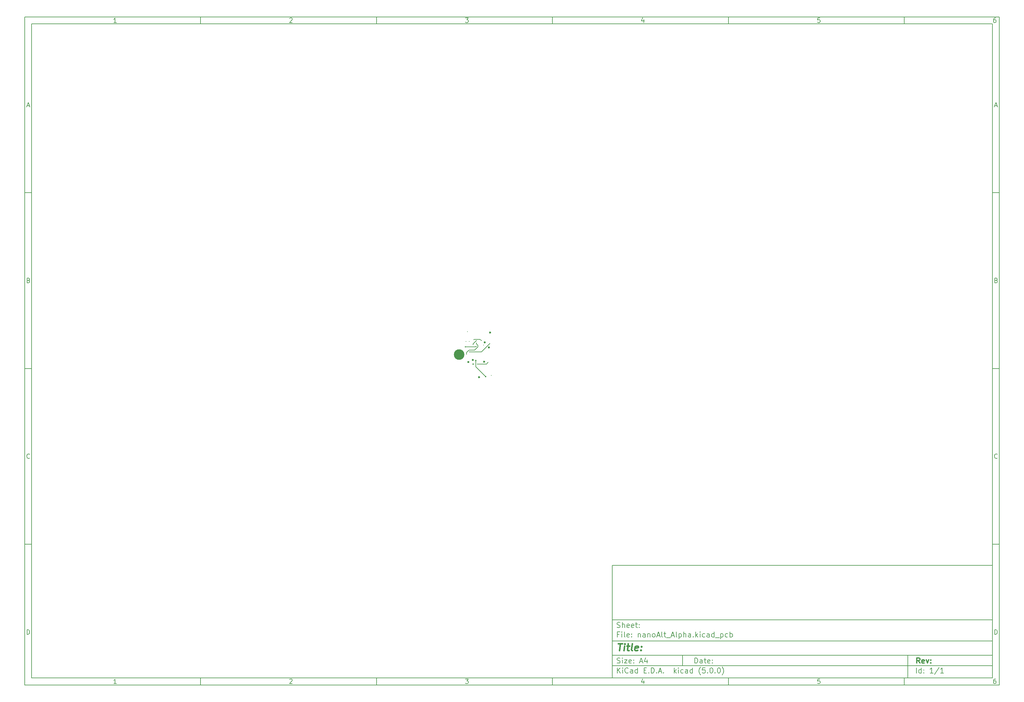
<source format=gbr>
G04 #@! TF.GenerationSoftware,KiCad,Pcbnew,(5.0.0)*
G04 #@! TF.CreationDate,2018-07-29T19:07:46+01:00*
G04 #@! TF.ProjectId,nanoAlt_Alpha,6E616E6F416C745F416C7068612E6B69,rev?*
G04 #@! TF.SameCoordinates,Original*
G04 #@! TF.FileFunction,Copper,L2,Inr,Signal*
G04 #@! TF.FilePolarity,Positive*
%FSLAX46Y46*%
G04 Gerber Fmt 4.6, Leading zero omitted, Abs format (unit mm)*
G04 Created by KiCad (PCBNEW (5.0.0)) date 07/29/18 19:07:46*
%MOMM*%
%LPD*%
G01*
G04 APERTURE LIST*
%ADD10C,0.100000*%
%ADD11C,0.150000*%
%ADD12C,0.300000*%
%ADD13C,0.400000*%
G04 #@! TA.AperFunction,ViaPad*
%ADD14C,0.600000*%
G04 #@! TD*
G04 #@! TA.AperFunction,ViaPad*
%ADD15C,3.000000*%
G04 #@! TD*
G04 #@! TA.AperFunction,ViaPad*
%ADD16C,0.330200*%
G04 #@! TD*
G04 #@! TA.AperFunction,ViaPad*
%ADD17C,0.400000*%
G04 #@! TD*
G04 #@! TA.AperFunction,ViaPad*
%ADD18C,0.355600*%
G04 #@! TD*
G04 #@! TA.AperFunction,Conductor*
%ADD19C,0.127000*%
G04 #@! TD*
G04 APERTURE END LIST*
D10*
D11*
X177002200Y-166007200D02*
X177002200Y-198007200D01*
X285002200Y-198007200D01*
X285002200Y-166007200D01*
X177002200Y-166007200D01*
D10*
D11*
X10000000Y-10000000D02*
X10000000Y-200007200D01*
X287002200Y-200007200D01*
X287002200Y-10000000D01*
X10000000Y-10000000D01*
D10*
D11*
X12000000Y-12000000D02*
X12000000Y-198007200D01*
X285002200Y-198007200D01*
X285002200Y-12000000D01*
X12000000Y-12000000D01*
D10*
D11*
X60000000Y-12000000D02*
X60000000Y-10000000D01*
D10*
D11*
X110000000Y-12000000D02*
X110000000Y-10000000D01*
D10*
D11*
X160000000Y-12000000D02*
X160000000Y-10000000D01*
D10*
D11*
X210000000Y-12000000D02*
X210000000Y-10000000D01*
D10*
D11*
X260000000Y-12000000D02*
X260000000Y-10000000D01*
D10*
D11*
X36065476Y-11588095D02*
X35322619Y-11588095D01*
X35694047Y-11588095D02*
X35694047Y-10288095D01*
X35570238Y-10473809D01*
X35446428Y-10597619D01*
X35322619Y-10659523D01*
D10*
D11*
X85322619Y-10411904D02*
X85384523Y-10350000D01*
X85508333Y-10288095D01*
X85817857Y-10288095D01*
X85941666Y-10350000D01*
X86003571Y-10411904D01*
X86065476Y-10535714D01*
X86065476Y-10659523D01*
X86003571Y-10845238D01*
X85260714Y-11588095D01*
X86065476Y-11588095D01*
D10*
D11*
X135260714Y-10288095D02*
X136065476Y-10288095D01*
X135632142Y-10783333D01*
X135817857Y-10783333D01*
X135941666Y-10845238D01*
X136003571Y-10907142D01*
X136065476Y-11030952D01*
X136065476Y-11340476D01*
X136003571Y-11464285D01*
X135941666Y-11526190D01*
X135817857Y-11588095D01*
X135446428Y-11588095D01*
X135322619Y-11526190D01*
X135260714Y-11464285D01*
D10*
D11*
X185941666Y-10721428D02*
X185941666Y-11588095D01*
X185632142Y-10226190D02*
X185322619Y-11154761D01*
X186127380Y-11154761D01*
D10*
D11*
X236003571Y-10288095D02*
X235384523Y-10288095D01*
X235322619Y-10907142D01*
X235384523Y-10845238D01*
X235508333Y-10783333D01*
X235817857Y-10783333D01*
X235941666Y-10845238D01*
X236003571Y-10907142D01*
X236065476Y-11030952D01*
X236065476Y-11340476D01*
X236003571Y-11464285D01*
X235941666Y-11526190D01*
X235817857Y-11588095D01*
X235508333Y-11588095D01*
X235384523Y-11526190D01*
X235322619Y-11464285D01*
D10*
D11*
X285941666Y-10288095D02*
X285694047Y-10288095D01*
X285570238Y-10350000D01*
X285508333Y-10411904D01*
X285384523Y-10597619D01*
X285322619Y-10845238D01*
X285322619Y-11340476D01*
X285384523Y-11464285D01*
X285446428Y-11526190D01*
X285570238Y-11588095D01*
X285817857Y-11588095D01*
X285941666Y-11526190D01*
X286003571Y-11464285D01*
X286065476Y-11340476D01*
X286065476Y-11030952D01*
X286003571Y-10907142D01*
X285941666Y-10845238D01*
X285817857Y-10783333D01*
X285570238Y-10783333D01*
X285446428Y-10845238D01*
X285384523Y-10907142D01*
X285322619Y-11030952D01*
D10*
D11*
X60000000Y-198007200D02*
X60000000Y-200007200D01*
D10*
D11*
X110000000Y-198007200D02*
X110000000Y-200007200D01*
D10*
D11*
X160000000Y-198007200D02*
X160000000Y-200007200D01*
D10*
D11*
X210000000Y-198007200D02*
X210000000Y-200007200D01*
D10*
D11*
X260000000Y-198007200D02*
X260000000Y-200007200D01*
D10*
D11*
X36065476Y-199595295D02*
X35322619Y-199595295D01*
X35694047Y-199595295D02*
X35694047Y-198295295D01*
X35570238Y-198481009D01*
X35446428Y-198604819D01*
X35322619Y-198666723D01*
D10*
D11*
X85322619Y-198419104D02*
X85384523Y-198357200D01*
X85508333Y-198295295D01*
X85817857Y-198295295D01*
X85941666Y-198357200D01*
X86003571Y-198419104D01*
X86065476Y-198542914D01*
X86065476Y-198666723D01*
X86003571Y-198852438D01*
X85260714Y-199595295D01*
X86065476Y-199595295D01*
D10*
D11*
X135260714Y-198295295D02*
X136065476Y-198295295D01*
X135632142Y-198790533D01*
X135817857Y-198790533D01*
X135941666Y-198852438D01*
X136003571Y-198914342D01*
X136065476Y-199038152D01*
X136065476Y-199347676D01*
X136003571Y-199471485D01*
X135941666Y-199533390D01*
X135817857Y-199595295D01*
X135446428Y-199595295D01*
X135322619Y-199533390D01*
X135260714Y-199471485D01*
D10*
D11*
X185941666Y-198728628D02*
X185941666Y-199595295D01*
X185632142Y-198233390D02*
X185322619Y-199161961D01*
X186127380Y-199161961D01*
D10*
D11*
X236003571Y-198295295D02*
X235384523Y-198295295D01*
X235322619Y-198914342D01*
X235384523Y-198852438D01*
X235508333Y-198790533D01*
X235817857Y-198790533D01*
X235941666Y-198852438D01*
X236003571Y-198914342D01*
X236065476Y-199038152D01*
X236065476Y-199347676D01*
X236003571Y-199471485D01*
X235941666Y-199533390D01*
X235817857Y-199595295D01*
X235508333Y-199595295D01*
X235384523Y-199533390D01*
X235322619Y-199471485D01*
D10*
D11*
X285941666Y-198295295D02*
X285694047Y-198295295D01*
X285570238Y-198357200D01*
X285508333Y-198419104D01*
X285384523Y-198604819D01*
X285322619Y-198852438D01*
X285322619Y-199347676D01*
X285384523Y-199471485D01*
X285446428Y-199533390D01*
X285570238Y-199595295D01*
X285817857Y-199595295D01*
X285941666Y-199533390D01*
X286003571Y-199471485D01*
X286065476Y-199347676D01*
X286065476Y-199038152D01*
X286003571Y-198914342D01*
X285941666Y-198852438D01*
X285817857Y-198790533D01*
X285570238Y-198790533D01*
X285446428Y-198852438D01*
X285384523Y-198914342D01*
X285322619Y-199038152D01*
D10*
D11*
X10000000Y-60000000D02*
X12000000Y-60000000D01*
D10*
D11*
X10000000Y-110000000D02*
X12000000Y-110000000D01*
D10*
D11*
X10000000Y-160000000D02*
X12000000Y-160000000D01*
D10*
D11*
X10690476Y-35216666D02*
X11309523Y-35216666D01*
X10566666Y-35588095D02*
X11000000Y-34288095D01*
X11433333Y-35588095D01*
D10*
D11*
X11092857Y-84907142D02*
X11278571Y-84969047D01*
X11340476Y-85030952D01*
X11402380Y-85154761D01*
X11402380Y-85340476D01*
X11340476Y-85464285D01*
X11278571Y-85526190D01*
X11154761Y-85588095D01*
X10659523Y-85588095D01*
X10659523Y-84288095D01*
X11092857Y-84288095D01*
X11216666Y-84350000D01*
X11278571Y-84411904D01*
X11340476Y-84535714D01*
X11340476Y-84659523D01*
X11278571Y-84783333D01*
X11216666Y-84845238D01*
X11092857Y-84907142D01*
X10659523Y-84907142D01*
D10*
D11*
X11402380Y-135464285D02*
X11340476Y-135526190D01*
X11154761Y-135588095D01*
X11030952Y-135588095D01*
X10845238Y-135526190D01*
X10721428Y-135402380D01*
X10659523Y-135278571D01*
X10597619Y-135030952D01*
X10597619Y-134845238D01*
X10659523Y-134597619D01*
X10721428Y-134473809D01*
X10845238Y-134350000D01*
X11030952Y-134288095D01*
X11154761Y-134288095D01*
X11340476Y-134350000D01*
X11402380Y-134411904D01*
D10*
D11*
X10659523Y-185588095D02*
X10659523Y-184288095D01*
X10969047Y-184288095D01*
X11154761Y-184350000D01*
X11278571Y-184473809D01*
X11340476Y-184597619D01*
X11402380Y-184845238D01*
X11402380Y-185030952D01*
X11340476Y-185278571D01*
X11278571Y-185402380D01*
X11154761Y-185526190D01*
X10969047Y-185588095D01*
X10659523Y-185588095D01*
D10*
D11*
X287002200Y-60000000D02*
X285002200Y-60000000D01*
D10*
D11*
X287002200Y-110000000D02*
X285002200Y-110000000D01*
D10*
D11*
X287002200Y-160000000D02*
X285002200Y-160000000D01*
D10*
D11*
X285692676Y-35216666D02*
X286311723Y-35216666D01*
X285568866Y-35588095D02*
X286002200Y-34288095D01*
X286435533Y-35588095D01*
D10*
D11*
X286095057Y-84907142D02*
X286280771Y-84969047D01*
X286342676Y-85030952D01*
X286404580Y-85154761D01*
X286404580Y-85340476D01*
X286342676Y-85464285D01*
X286280771Y-85526190D01*
X286156961Y-85588095D01*
X285661723Y-85588095D01*
X285661723Y-84288095D01*
X286095057Y-84288095D01*
X286218866Y-84350000D01*
X286280771Y-84411904D01*
X286342676Y-84535714D01*
X286342676Y-84659523D01*
X286280771Y-84783333D01*
X286218866Y-84845238D01*
X286095057Y-84907142D01*
X285661723Y-84907142D01*
D10*
D11*
X286404580Y-135464285D02*
X286342676Y-135526190D01*
X286156961Y-135588095D01*
X286033152Y-135588095D01*
X285847438Y-135526190D01*
X285723628Y-135402380D01*
X285661723Y-135278571D01*
X285599819Y-135030952D01*
X285599819Y-134845238D01*
X285661723Y-134597619D01*
X285723628Y-134473809D01*
X285847438Y-134350000D01*
X286033152Y-134288095D01*
X286156961Y-134288095D01*
X286342676Y-134350000D01*
X286404580Y-134411904D01*
D10*
D11*
X285661723Y-185588095D02*
X285661723Y-184288095D01*
X285971247Y-184288095D01*
X286156961Y-184350000D01*
X286280771Y-184473809D01*
X286342676Y-184597619D01*
X286404580Y-184845238D01*
X286404580Y-185030952D01*
X286342676Y-185278571D01*
X286280771Y-185402380D01*
X286156961Y-185526190D01*
X285971247Y-185588095D01*
X285661723Y-185588095D01*
D10*
D11*
X200434342Y-193785771D02*
X200434342Y-192285771D01*
X200791485Y-192285771D01*
X201005771Y-192357200D01*
X201148628Y-192500057D01*
X201220057Y-192642914D01*
X201291485Y-192928628D01*
X201291485Y-193142914D01*
X201220057Y-193428628D01*
X201148628Y-193571485D01*
X201005771Y-193714342D01*
X200791485Y-193785771D01*
X200434342Y-193785771D01*
X202577200Y-193785771D02*
X202577200Y-193000057D01*
X202505771Y-192857200D01*
X202362914Y-192785771D01*
X202077200Y-192785771D01*
X201934342Y-192857200D01*
X202577200Y-193714342D02*
X202434342Y-193785771D01*
X202077200Y-193785771D01*
X201934342Y-193714342D01*
X201862914Y-193571485D01*
X201862914Y-193428628D01*
X201934342Y-193285771D01*
X202077200Y-193214342D01*
X202434342Y-193214342D01*
X202577200Y-193142914D01*
X203077200Y-192785771D02*
X203648628Y-192785771D01*
X203291485Y-192285771D02*
X203291485Y-193571485D01*
X203362914Y-193714342D01*
X203505771Y-193785771D01*
X203648628Y-193785771D01*
X204720057Y-193714342D02*
X204577200Y-193785771D01*
X204291485Y-193785771D01*
X204148628Y-193714342D01*
X204077200Y-193571485D01*
X204077200Y-193000057D01*
X204148628Y-192857200D01*
X204291485Y-192785771D01*
X204577200Y-192785771D01*
X204720057Y-192857200D01*
X204791485Y-193000057D01*
X204791485Y-193142914D01*
X204077200Y-193285771D01*
X205434342Y-193642914D02*
X205505771Y-193714342D01*
X205434342Y-193785771D01*
X205362914Y-193714342D01*
X205434342Y-193642914D01*
X205434342Y-193785771D01*
X205434342Y-192857200D02*
X205505771Y-192928628D01*
X205434342Y-193000057D01*
X205362914Y-192928628D01*
X205434342Y-192857200D01*
X205434342Y-193000057D01*
D10*
D11*
X177002200Y-194507200D02*
X285002200Y-194507200D01*
D10*
D11*
X178434342Y-196585771D02*
X178434342Y-195085771D01*
X179291485Y-196585771D02*
X178648628Y-195728628D01*
X179291485Y-195085771D02*
X178434342Y-195942914D01*
X179934342Y-196585771D02*
X179934342Y-195585771D01*
X179934342Y-195085771D02*
X179862914Y-195157200D01*
X179934342Y-195228628D01*
X180005771Y-195157200D01*
X179934342Y-195085771D01*
X179934342Y-195228628D01*
X181505771Y-196442914D02*
X181434342Y-196514342D01*
X181220057Y-196585771D01*
X181077200Y-196585771D01*
X180862914Y-196514342D01*
X180720057Y-196371485D01*
X180648628Y-196228628D01*
X180577200Y-195942914D01*
X180577200Y-195728628D01*
X180648628Y-195442914D01*
X180720057Y-195300057D01*
X180862914Y-195157200D01*
X181077200Y-195085771D01*
X181220057Y-195085771D01*
X181434342Y-195157200D01*
X181505771Y-195228628D01*
X182791485Y-196585771D02*
X182791485Y-195800057D01*
X182720057Y-195657200D01*
X182577200Y-195585771D01*
X182291485Y-195585771D01*
X182148628Y-195657200D01*
X182791485Y-196514342D02*
X182648628Y-196585771D01*
X182291485Y-196585771D01*
X182148628Y-196514342D01*
X182077200Y-196371485D01*
X182077200Y-196228628D01*
X182148628Y-196085771D01*
X182291485Y-196014342D01*
X182648628Y-196014342D01*
X182791485Y-195942914D01*
X184148628Y-196585771D02*
X184148628Y-195085771D01*
X184148628Y-196514342D02*
X184005771Y-196585771D01*
X183720057Y-196585771D01*
X183577200Y-196514342D01*
X183505771Y-196442914D01*
X183434342Y-196300057D01*
X183434342Y-195871485D01*
X183505771Y-195728628D01*
X183577200Y-195657200D01*
X183720057Y-195585771D01*
X184005771Y-195585771D01*
X184148628Y-195657200D01*
X186005771Y-195800057D02*
X186505771Y-195800057D01*
X186720057Y-196585771D02*
X186005771Y-196585771D01*
X186005771Y-195085771D01*
X186720057Y-195085771D01*
X187362914Y-196442914D02*
X187434342Y-196514342D01*
X187362914Y-196585771D01*
X187291485Y-196514342D01*
X187362914Y-196442914D01*
X187362914Y-196585771D01*
X188077200Y-196585771D02*
X188077200Y-195085771D01*
X188434342Y-195085771D01*
X188648628Y-195157200D01*
X188791485Y-195300057D01*
X188862914Y-195442914D01*
X188934342Y-195728628D01*
X188934342Y-195942914D01*
X188862914Y-196228628D01*
X188791485Y-196371485D01*
X188648628Y-196514342D01*
X188434342Y-196585771D01*
X188077200Y-196585771D01*
X189577200Y-196442914D02*
X189648628Y-196514342D01*
X189577200Y-196585771D01*
X189505771Y-196514342D01*
X189577200Y-196442914D01*
X189577200Y-196585771D01*
X190220057Y-196157200D02*
X190934342Y-196157200D01*
X190077200Y-196585771D02*
X190577200Y-195085771D01*
X191077200Y-196585771D01*
X191577200Y-196442914D02*
X191648628Y-196514342D01*
X191577200Y-196585771D01*
X191505771Y-196514342D01*
X191577200Y-196442914D01*
X191577200Y-196585771D01*
X194577200Y-196585771D02*
X194577200Y-195085771D01*
X194720057Y-196014342D02*
X195148628Y-196585771D01*
X195148628Y-195585771D02*
X194577200Y-196157200D01*
X195791485Y-196585771D02*
X195791485Y-195585771D01*
X195791485Y-195085771D02*
X195720057Y-195157200D01*
X195791485Y-195228628D01*
X195862914Y-195157200D01*
X195791485Y-195085771D01*
X195791485Y-195228628D01*
X197148628Y-196514342D02*
X197005771Y-196585771D01*
X196720057Y-196585771D01*
X196577200Y-196514342D01*
X196505771Y-196442914D01*
X196434342Y-196300057D01*
X196434342Y-195871485D01*
X196505771Y-195728628D01*
X196577200Y-195657200D01*
X196720057Y-195585771D01*
X197005771Y-195585771D01*
X197148628Y-195657200D01*
X198434342Y-196585771D02*
X198434342Y-195800057D01*
X198362914Y-195657200D01*
X198220057Y-195585771D01*
X197934342Y-195585771D01*
X197791485Y-195657200D01*
X198434342Y-196514342D02*
X198291485Y-196585771D01*
X197934342Y-196585771D01*
X197791485Y-196514342D01*
X197720057Y-196371485D01*
X197720057Y-196228628D01*
X197791485Y-196085771D01*
X197934342Y-196014342D01*
X198291485Y-196014342D01*
X198434342Y-195942914D01*
X199791485Y-196585771D02*
X199791485Y-195085771D01*
X199791485Y-196514342D02*
X199648628Y-196585771D01*
X199362914Y-196585771D01*
X199220057Y-196514342D01*
X199148628Y-196442914D01*
X199077200Y-196300057D01*
X199077200Y-195871485D01*
X199148628Y-195728628D01*
X199220057Y-195657200D01*
X199362914Y-195585771D01*
X199648628Y-195585771D01*
X199791485Y-195657200D01*
X202077200Y-197157200D02*
X202005771Y-197085771D01*
X201862914Y-196871485D01*
X201791485Y-196728628D01*
X201720057Y-196514342D01*
X201648628Y-196157200D01*
X201648628Y-195871485D01*
X201720057Y-195514342D01*
X201791485Y-195300057D01*
X201862914Y-195157200D01*
X202005771Y-194942914D01*
X202077200Y-194871485D01*
X203362914Y-195085771D02*
X202648628Y-195085771D01*
X202577200Y-195800057D01*
X202648628Y-195728628D01*
X202791485Y-195657200D01*
X203148628Y-195657200D01*
X203291485Y-195728628D01*
X203362914Y-195800057D01*
X203434342Y-195942914D01*
X203434342Y-196300057D01*
X203362914Y-196442914D01*
X203291485Y-196514342D01*
X203148628Y-196585771D01*
X202791485Y-196585771D01*
X202648628Y-196514342D01*
X202577200Y-196442914D01*
X204077200Y-196442914D02*
X204148628Y-196514342D01*
X204077200Y-196585771D01*
X204005771Y-196514342D01*
X204077200Y-196442914D01*
X204077200Y-196585771D01*
X205077200Y-195085771D02*
X205220057Y-195085771D01*
X205362914Y-195157200D01*
X205434342Y-195228628D01*
X205505771Y-195371485D01*
X205577200Y-195657200D01*
X205577200Y-196014342D01*
X205505771Y-196300057D01*
X205434342Y-196442914D01*
X205362914Y-196514342D01*
X205220057Y-196585771D01*
X205077200Y-196585771D01*
X204934342Y-196514342D01*
X204862914Y-196442914D01*
X204791485Y-196300057D01*
X204720057Y-196014342D01*
X204720057Y-195657200D01*
X204791485Y-195371485D01*
X204862914Y-195228628D01*
X204934342Y-195157200D01*
X205077200Y-195085771D01*
X206220057Y-196442914D02*
X206291485Y-196514342D01*
X206220057Y-196585771D01*
X206148628Y-196514342D01*
X206220057Y-196442914D01*
X206220057Y-196585771D01*
X207220057Y-195085771D02*
X207362914Y-195085771D01*
X207505771Y-195157200D01*
X207577200Y-195228628D01*
X207648628Y-195371485D01*
X207720057Y-195657200D01*
X207720057Y-196014342D01*
X207648628Y-196300057D01*
X207577200Y-196442914D01*
X207505771Y-196514342D01*
X207362914Y-196585771D01*
X207220057Y-196585771D01*
X207077200Y-196514342D01*
X207005771Y-196442914D01*
X206934342Y-196300057D01*
X206862914Y-196014342D01*
X206862914Y-195657200D01*
X206934342Y-195371485D01*
X207005771Y-195228628D01*
X207077200Y-195157200D01*
X207220057Y-195085771D01*
X208220057Y-197157200D02*
X208291485Y-197085771D01*
X208434342Y-196871485D01*
X208505771Y-196728628D01*
X208577200Y-196514342D01*
X208648628Y-196157200D01*
X208648628Y-195871485D01*
X208577200Y-195514342D01*
X208505771Y-195300057D01*
X208434342Y-195157200D01*
X208291485Y-194942914D01*
X208220057Y-194871485D01*
D10*
D11*
X177002200Y-191507200D02*
X285002200Y-191507200D01*
D10*
D12*
X264411485Y-193785771D02*
X263911485Y-193071485D01*
X263554342Y-193785771D02*
X263554342Y-192285771D01*
X264125771Y-192285771D01*
X264268628Y-192357200D01*
X264340057Y-192428628D01*
X264411485Y-192571485D01*
X264411485Y-192785771D01*
X264340057Y-192928628D01*
X264268628Y-193000057D01*
X264125771Y-193071485D01*
X263554342Y-193071485D01*
X265625771Y-193714342D02*
X265482914Y-193785771D01*
X265197200Y-193785771D01*
X265054342Y-193714342D01*
X264982914Y-193571485D01*
X264982914Y-193000057D01*
X265054342Y-192857200D01*
X265197200Y-192785771D01*
X265482914Y-192785771D01*
X265625771Y-192857200D01*
X265697200Y-193000057D01*
X265697200Y-193142914D01*
X264982914Y-193285771D01*
X266197200Y-192785771D02*
X266554342Y-193785771D01*
X266911485Y-192785771D01*
X267482914Y-193642914D02*
X267554342Y-193714342D01*
X267482914Y-193785771D01*
X267411485Y-193714342D01*
X267482914Y-193642914D01*
X267482914Y-193785771D01*
X267482914Y-192857200D02*
X267554342Y-192928628D01*
X267482914Y-193000057D01*
X267411485Y-192928628D01*
X267482914Y-192857200D01*
X267482914Y-193000057D01*
D10*
D11*
X178362914Y-193714342D02*
X178577200Y-193785771D01*
X178934342Y-193785771D01*
X179077200Y-193714342D01*
X179148628Y-193642914D01*
X179220057Y-193500057D01*
X179220057Y-193357200D01*
X179148628Y-193214342D01*
X179077200Y-193142914D01*
X178934342Y-193071485D01*
X178648628Y-193000057D01*
X178505771Y-192928628D01*
X178434342Y-192857200D01*
X178362914Y-192714342D01*
X178362914Y-192571485D01*
X178434342Y-192428628D01*
X178505771Y-192357200D01*
X178648628Y-192285771D01*
X179005771Y-192285771D01*
X179220057Y-192357200D01*
X179862914Y-193785771D02*
X179862914Y-192785771D01*
X179862914Y-192285771D02*
X179791485Y-192357200D01*
X179862914Y-192428628D01*
X179934342Y-192357200D01*
X179862914Y-192285771D01*
X179862914Y-192428628D01*
X180434342Y-192785771D02*
X181220057Y-192785771D01*
X180434342Y-193785771D01*
X181220057Y-193785771D01*
X182362914Y-193714342D02*
X182220057Y-193785771D01*
X181934342Y-193785771D01*
X181791485Y-193714342D01*
X181720057Y-193571485D01*
X181720057Y-193000057D01*
X181791485Y-192857200D01*
X181934342Y-192785771D01*
X182220057Y-192785771D01*
X182362914Y-192857200D01*
X182434342Y-193000057D01*
X182434342Y-193142914D01*
X181720057Y-193285771D01*
X183077200Y-193642914D02*
X183148628Y-193714342D01*
X183077200Y-193785771D01*
X183005771Y-193714342D01*
X183077200Y-193642914D01*
X183077200Y-193785771D01*
X183077200Y-192857200D02*
X183148628Y-192928628D01*
X183077200Y-193000057D01*
X183005771Y-192928628D01*
X183077200Y-192857200D01*
X183077200Y-193000057D01*
X184862914Y-193357200D02*
X185577200Y-193357200D01*
X184720057Y-193785771D02*
X185220057Y-192285771D01*
X185720057Y-193785771D01*
X186862914Y-192785771D02*
X186862914Y-193785771D01*
X186505771Y-192214342D02*
X186148628Y-193285771D01*
X187077200Y-193285771D01*
D10*
D11*
X263434342Y-196585771D02*
X263434342Y-195085771D01*
X264791485Y-196585771D02*
X264791485Y-195085771D01*
X264791485Y-196514342D02*
X264648628Y-196585771D01*
X264362914Y-196585771D01*
X264220057Y-196514342D01*
X264148628Y-196442914D01*
X264077200Y-196300057D01*
X264077200Y-195871485D01*
X264148628Y-195728628D01*
X264220057Y-195657200D01*
X264362914Y-195585771D01*
X264648628Y-195585771D01*
X264791485Y-195657200D01*
X265505771Y-196442914D02*
X265577200Y-196514342D01*
X265505771Y-196585771D01*
X265434342Y-196514342D01*
X265505771Y-196442914D01*
X265505771Y-196585771D01*
X265505771Y-195657200D02*
X265577200Y-195728628D01*
X265505771Y-195800057D01*
X265434342Y-195728628D01*
X265505771Y-195657200D01*
X265505771Y-195800057D01*
X268148628Y-196585771D02*
X267291485Y-196585771D01*
X267720057Y-196585771D02*
X267720057Y-195085771D01*
X267577200Y-195300057D01*
X267434342Y-195442914D01*
X267291485Y-195514342D01*
X269862914Y-195014342D02*
X268577200Y-196942914D01*
X271148628Y-196585771D02*
X270291485Y-196585771D01*
X270720057Y-196585771D02*
X270720057Y-195085771D01*
X270577200Y-195300057D01*
X270434342Y-195442914D01*
X270291485Y-195514342D01*
D10*
D11*
X177002200Y-187507200D02*
X285002200Y-187507200D01*
D10*
D13*
X178714580Y-188211961D02*
X179857438Y-188211961D01*
X179036009Y-190211961D02*
X179286009Y-188211961D01*
X180274104Y-190211961D02*
X180440771Y-188878628D01*
X180524104Y-188211961D02*
X180416961Y-188307200D01*
X180500295Y-188402438D01*
X180607438Y-188307200D01*
X180524104Y-188211961D01*
X180500295Y-188402438D01*
X181107438Y-188878628D02*
X181869342Y-188878628D01*
X181476485Y-188211961D02*
X181262200Y-189926247D01*
X181333628Y-190116723D01*
X181512200Y-190211961D01*
X181702676Y-190211961D01*
X182655057Y-190211961D02*
X182476485Y-190116723D01*
X182405057Y-189926247D01*
X182619342Y-188211961D01*
X184190771Y-190116723D02*
X183988390Y-190211961D01*
X183607438Y-190211961D01*
X183428866Y-190116723D01*
X183357438Y-189926247D01*
X183452676Y-189164342D01*
X183571723Y-188973866D01*
X183774104Y-188878628D01*
X184155057Y-188878628D01*
X184333628Y-188973866D01*
X184405057Y-189164342D01*
X184381247Y-189354819D01*
X183405057Y-189545295D01*
X185155057Y-190021485D02*
X185238390Y-190116723D01*
X185131247Y-190211961D01*
X185047914Y-190116723D01*
X185155057Y-190021485D01*
X185131247Y-190211961D01*
X185286009Y-188973866D02*
X185369342Y-189069104D01*
X185262200Y-189164342D01*
X185178866Y-189069104D01*
X185286009Y-188973866D01*
X185262200Y-189164342D01*
D10*
D11*
X178934342Y-185600057D02*
X178434342Y-185600057D01*
X178434342Y-186385771D02*
X178434342Y-184885771D01*
X179148628Y-184885771D01*
X179720057Y-186385771D02*
X179720057Y-185385771D01*
X179720057Y-184885771D02*
X179648628Y-184957200D01*
X179720057Y-185028628D01*
X179791485Y-184957200D01*
X179720057Y-184885771D01*
X179720057Y-185028628D01*
X180648628Y-186385771D02*
X180505771Y-186314342D01*
X180434342Y-186171485D01*
X180434342Y-184885771D01*
X181791485Y-186314342D02*
X181648628Y-186385771D01*
X181362914Y-186385771D01*
X181220057Y-186314342D01*
X181148628Y-186171485D01*
X181148628Y-185600057D01*
X181220057Y-185457200D01*
X181362914Y-185385771D01*
X181648628Y-185385771D01*
X181791485Y-185457200D01*
X181862914Y-185600057D01*
X181862914Y-185742914D01*
X181148628Y-185885771D01*
X182505771Y-186242914D02*
X182577200Y-186314342D01*
X182505771Y-186385771D01*
X182434342Y-186314342D01*
X182505771Y-186242914D01*
X182505771Y-186385771D01*
X182505771Y-185457200D02*
X182577200Y-185528628D01*
X182505771Y-185600057D01*
X182434342Y-185528628D01*
X182505771Y-185457200D01*
X182505771Y-185600057D01*
X184362914Y-185385771D02*
X184362914Y-186385771D01*
X184362914Y-185528628D02*
X184434342Y-185457200D01*
X184577200Y-185385771D01*
X184791485Y-185385771D01*
X184934342Y-185457200D01*
X185005771Y-185600057D01*
X185005771Y-186385771D01*
X186362914Y-186385771D02*
X186362914Y-185600057D01*
X186291485Y-185457200D01*
X186148628Y-185385771D01*
X185862914Y-185385771D01*
X185720057Y-185457200D01*
X186362914Y-186314342D02*
X186220057Y-186385771D01*
X185862914Y-186385771D01*
X185720057Y-186314342D01*
X185648628Y-186171485D01*
X185648628Y-186028628D01*
X185720057Y-185885771D01*
X185862914Y-185814342D01*
X186220057Y-185814342D01*
X186362914Y-185742914D01*
X187077200Y-185385771D02*
X187077200Y-186385771D01*
X187077200Y-185528628D02*
X187148628Y-185457200D01*
X187291485Y-185385771D01*
X187505771Y-185385771D01*
X187648628Y-185457200D01*
X187720057Y-185600057D01*
X187720057Y-186385771D01*
X188648628Y-186385771D02*
X188505771Y-186314342D01*
X188434342Y-186242914D01*
X188362914Y-186100057D01*
X188362914Y-185671485D01*
X188434342Y-185528628D01*
X188505771Y-185457200D01*
X188648628Y-185385771D01*
X188862914Y-185385771D01*
X189005771Y-185457200D01*
X189077200Y-185528628D01*
X189148628Y-185671485D01*
X189148628Y-186100057D01*
X189077200Y-186242914D01*
X189005771Y-186314342D01*
X188862914Y-186385771D01*
X188648628Y-186385771D01*
X189720057Y-185957200D02*
X190434342Y-185957200D01*
X189577200Y-186385771D02*
X190077200Y-184885771D01*
X190577200Y-186385771D01*
X191291485Y-186385771D02*
X191148628Y-186314342D01*
X191077200Y-186171485D01*
X191077200Y-184885771D01*
X191648628Y-185385771D02*
X192220057Y-185385771D01*
X191862914Y-184885771D02*
X191862914Y-186171485D01*
X191934342Y-186314342D01*
X192077200Y-186385771D01*
X192220057Y-186385771D01*
X192362914Y-186528628D02*
X193505771Y-186528628D01*
X193791485Y-185957200D02*
X194505771Y-185957200D01*
X193648628Y-186385771D02*
X194148628Y-184885771D01*
X194648628Y-186385771D01*
X195362914Y-186385771D02*
X195220057Y-186314342D01*
X195148628Y-186171485D01*
X195148628Y-184885771D01*
X195934342Y-185385771D02*
X195934342Y-186885771D01*
X195934342Y-185457200D02*
X196077200Y-185385771D01*
X196362914Y-185385771D01*
X196505771Y-185457200D01*
X196577200Y-185528628D01*
X196648628Y-185671485D01*
X196648628Y-186100057D01*
X196577200Y-186242914D01*
X196505771Y-186314342D01*
X196362914Y-186385771D01*
X196077200Y-186385771D01*
X195934342Y-186314342D01*
X197291485Y-186385771D02*
X197291485Y-184885771D01*
X197934342Y-186385771D02*
X197934342Y-185600057D01*
X197862914Y-185457200D01*
X197720057Y-185385771D01*
X197505771Y-185385771D01*
X197362914Y-185457200D01*
X197291485Y-185528628D01*
X199291485Y-186385771D02*
X199291485Y-185600057D01*
X199220057Y-185457200D01*
X199077200Y-185385771D01*
X198791485Y-185385771D01*
X198648628Y-185457200D01*
X199291485Y-186314342D02*
X199148628Y-186385771D01*
X198791485Y-186385771D01*
X198648628Y-186314342D01*
X198577200Y-186171485D01*
X198577200Y-186028628D01*
X198648628Y-185885771D01*
X198791485Y-185814342D01*
X199148628Y-185814342D01*
X199291485Y-185742914D01*
X200005771Y-186242914D02*
X200077200Y-186314342D01*
X200005771Y-186385771D01*
X199934342Y-186314342D01*
X200005771Y-186242914D01*
X200005771Y-186385771D01*
X200720057Y-186385771D02*
X200720057Y-184885771D01*
X200862914Y-185814342D02*
X201291485Y-186385771D01*
X201291485Y-185385771D02*
X200720057Y-185957200D01*
X201934342Y-186385771D02*
X201934342Y-185385771D01*
X201934342Y-184885771D02*
X201862914Y-184957200D01*
X201934342Y-185028628D01*
X202005771Y-184957200D01*
X201934342Y-184885771D01*
X201934342Y-185028628D01*
X203291485Y-186314342D02*
X203148628Y-186385771D01*
X202862914Y-186385771D01*
X202720057Y-186314342D01*
X202648628Y-186242914D01*
X202577200Y-186100057D01*
X202577200Y-185671485D01*
X202648628Y-185528628D01*
X202720057Y-185457200D01*
X202862914Y-185385771D01*
X203148628Y-185385771D01*
X203291485Y-185457200D01*
X204577200Y-186385771D02*
X204577200Y-185600057D01*
X204505771Y-185457200D01*
X204362914Y-185385771D01*
X204077200Y-185385771D01*
X203934342Y-185457200D01*
X204577200Y-186314342D02*
X204434342Y-186385771D01*
X204077200Y-186385771D01*
X203934342Y-186314342D01*
X203862914Y-186171485D01*
X203862914Y-186028628D01*
X203934342Y-185885771D01*
X204077200Y-185814342D01*
X204434342Y-185814342D01*
X204577200Y-185742914D01*
X205934342Y-186385771D02*
X205934342Y-184885771D01*
X205934342Y-186314342D02*
X205791485Y-186385771D01*
X205505771Y-186385771D01*
X205362914Y-186314342D01*
X205291485Y-186242914D01*
X205220057Y-186100057D01*
X205220057Y-185671485D01*
X205291485Y-185528628D01*
X205362914Y-185457200D01*
X205505771Y-185385771D01*
X205791485Y-185385771D01*
X205934342Y-185457200D01*
X206291485Y-186528628D02*
X207434342Y-186528628D01*
X207791485Y-185385771D02*
X207791485Y-186885771D01*
X207791485Y-185457200D02*
X207934342Y-185385771D01*
X208220057Y-185385771D01*
X208362914Y-185457200D01*
X208434342Y-185528628D01*
X208505771Y-185671485D01*
X208505771Y-186100057D01*
X208434342Y-186242914D01*
X208362914Y-186314342D01*
X208220057Y-186385771D01*
X207934342Y-186385771D01*
X207791485Y-186314342D01*
X209791485Y-186314342D02*
X209648628Y-186385771D01*
X209362914Y-186385771D01*
X209220057Y-186314342D01*
X209148628Y-186242914D01*
X209077200Y-186100057D01*
X209077200Y-185671485D01*
X209148628Y-185528628D01*
X209220057Y-185457200D01*
X209362914Y-185385771D01*
X209648628Y-185385771D01*
X209791485Y-185457200D01*
X210434342Y-186385771D02*
X210434342Y-184885771D01*
X210434342Y-185457200D02*
X210577200Y-185385771D01*
X210862914Y-185385771D01*
X211005771Y-185457200D01*
X211077200Y-185528628D01*
X211148628Y-185671485D01*
X211148628Y-186100057D01*
X211077200Y-186242914D01*
X211005771Y-186314342D01*
X210862914Y-186385771D01*
X210577200Y-186385771D01*
X210434342Y-186314342D01*
D10*
D11*
X177002200Y-181507200D02*
X285002200Y-181507200D01*
D10*
D11*
X178362914Y-183614342D02*
X178577200Y-183685771D01*
X178934342Y-183685771D01*
X179077200Y-183614342D01*
X179148628Y-183542914D01*
X179220057Y-183400057D01*
X179220057Y-183257200D01*
X179148628Y-183114342D01*
X179077200Y-183042914D01*
X178934342Y-182971485D01*
X178648628Y-182900057D01*
X178505771Y-182828628D01*
X178434342Y-182757200D01*
X178362914Y-182614342D01*
X178362914Y-182471485D01*
X178434342Y-182328628D01*
X178505771Y-182257200D01*
X178648628Y-182185771D01*
X179005771Y-182185771D01*
X179220057Y-182257200D01*
X179862914Y-183685771D02*
X179862914Y-182185771D01*
X180505771Y-183685771D02*
X180505771Y-182900057D01*
X180434342Y-182757200D01*
X180291485Y-182685771D01*
X180077200Y-182685771D01*
X179934342Y-182757200D01*
X179862914Y-182828628D01*
X181791485Y-183614342D02*
X181648628Y-183685771D01*
X181362914Y-183685771D01*
X181220057Y-183614342D01*
X181148628Y-183471485D01*
X181148628Y-182900057D01*
X181220057Y-182757200D01*
X181362914Y-182685771D01*
X181648628Y-182685771D01*
X181791485Y-182757200D01*
X181862914Y-182900057D01*
X181862914Y-183042914D01*
X181148628Y-183185771D01*
X183077200Y-183614342D02*
X182934342Y-183685771D01*
X182648628Y-183685771D01*
X182505771Y-183614342D01*
X182434342Y-183471485D01*
X182434342Y-182900057D01*
X182505771Y-182757200D01*
X182648628Y-182685771D01*
X182934342Y-182685771D01*
X183077200Y-182757200D01*
X183148628Y-182900057D01*
X183148628Y-183042914D01*
X182434342Y-183185771D01*
X183577200Y-182685771D02*
X184148628Y-182685771D01*
X183791485Y-182185771D02*
X183791485Y-183471485D01*
X183862914Y-183614342D01*
X184005771Y-183685771D01*
X184148628Y-183685771D01*
X184648628Y-183542914D02*
X184720057Y-183614342D01*
X184648628Y-183685771D01*
X184577200Y-183614342D01*
X184648628Y-183542914D01*
X184648628Y-183685771D01*
X184648628Y-182757200D02*
X184720057Y-182828628D01*
X184648628Y-182900057D01*
X184577200Y-182828628D01*
X184648628Y-182757200D01*
X184648628Y-182900057D01*
D10*
D11*
X197002200Y-191507200D02*
X197002200Y-194507200D01*
D10*
D11*
X261002200Y-191507200D02*
X261002200Y-198007200D01*
D14*
G04 #@! TO.N,GND*
G04 #@! TO.C,V\002A\002A*
X140550000Y-108100000D03*
G04 #@! TD*
G04 #@! TO.N,GND*
G04 #@! TO.C,V\002A\002A*
X141930000Y-103960000D03*
G04 #@! TD*
G04 #@! TO.N,GND*
G04 #@! TO.C,V\002A\002A*
X140770000Y-102560000D03*
G04 #@! TD*
G04 #@! TO.N,GND*
G04 #@! TO.C,V\002A\002A*
X137360000Y-107580000D03*
G04 #@! TD*
G04 #@! TO.N,GND*
G04 #@! TO.C,V\002A\002A*
X136120000Y-108180000D03*
G04 #@! TD*
G04 #@! TO.N,GND*
G04 #@! TO.C,V\002A\002A*
X142250000Y-99800000D03*
G04 #@! TD*
D15*
G04 #@! TO.N,N/C*
G04 #@! TO.C,INTEGRATE*
X133500000Y-106000000D03*
G04 #@! TD*
D16*
G04 #@! TO.N,GND*
X137580000Y-101810000D03*
X139807472Y-102058307D03*
G04 #@! TO.N,+BATT*
X142650000Y-111950000D03*
X136384920Y-105266090D03*
X142200000Y-102900000D03*
X135450002Y-102300000D03*
G04 #@! TO.N,/MOSI*
X137450000Y-103260000D03*
X138384852Y-102059705D03*
D17*
X140970000Y-112299999D03*
X138176000Y-107696000D03*
D18*
G04 #@! TO.N,/SCL*
X135250000Y-103850000D03*
D16*
X138658990Y-108740000D03*
X141700000Y-108270000D03*
X138340000Y-103640000D03*
D14*
G04 #@! TO.N,/RST*
X139150000Y-112500000D03*
D16*
X135820000Y-99540000D03*
D17*
X137414000Y-108712000D03*
D16*
G04 #@! TO.N,/MISO*
X135590000Y-105980000D03*
X138384852Y-102709705D03*
G04 #@! TO.N,Net-(R4-Pad2)*
X136331918Y-102268681D03*
X140370000Y-103350000D03*
G04 #@! TD*
D19*
G04 #@! TO.N,GND*
X139807472Y-102058307D02*
X139427869Y-101678704D01*
X139427869Y-101678704D02*
X137711296Y-101678704D01*
X137711296Y-101678704D02*
X137580000Y-101810000D01*
G04 #@! TO.N,+BATT*
X139833910Y-105266090D02*
X136618406Y-105266090D01*
X142200000Y-102900000D02*
X139833910Y-105266090D01*
X136618406Y-105266090D02*
X136384920Y-105266090D01*
G04 #@! TO.N,/MOSI*
X138384852Y-102059705D02*
X138380295Y-102059705D01*
X138380295Y-102059705D02*
X137450000Y-102990000D01*
X137450000Y-102990000D02*
X137450000Y-103260000D01*
X140970000Y-112299999D02*
X138176000Y-109505999D01*
X138176000Y-109505999D02*
X138176000Y-107696000D01*
G04 #@! TO.N,/SCL*
X138130000Y-103850000D02*
X135501447Y-103850000D01*
X138340000Y-103640000D02*
X138130000Y-103850000D01*
X135501447Y-103850000D02*
X135250000Y-103850000D01*
X138892476Y-108740000D02*
X138658990Y-108740000D01*
X141700000Y-108270000D02*
X141230000Y-108740000D01*
X141230000Y-108740000D02*
X138892476Y-108740000D01*
G04 #@! TO.N,/MISO*
X137880000Y-104750000D02*
X136296118Y-104750000D01*
X136296118Y-104750000D02*
X135590000Y-105456118D01*
X135590000Y-105456118D02*
X135590000Y-105980000D01*
X138820000Y-103810000D02*
X137880000Y-104750000D01*
X138820000Y-103378339D02*
X138820000Y-103810000D01*
X138384852Y-102709705D02*
X138384852Y-102943191D01*
X138384852Y-102943191D02*
X138820000Y-103378339D01*
G04 #@! TD*
M02*

</source>
